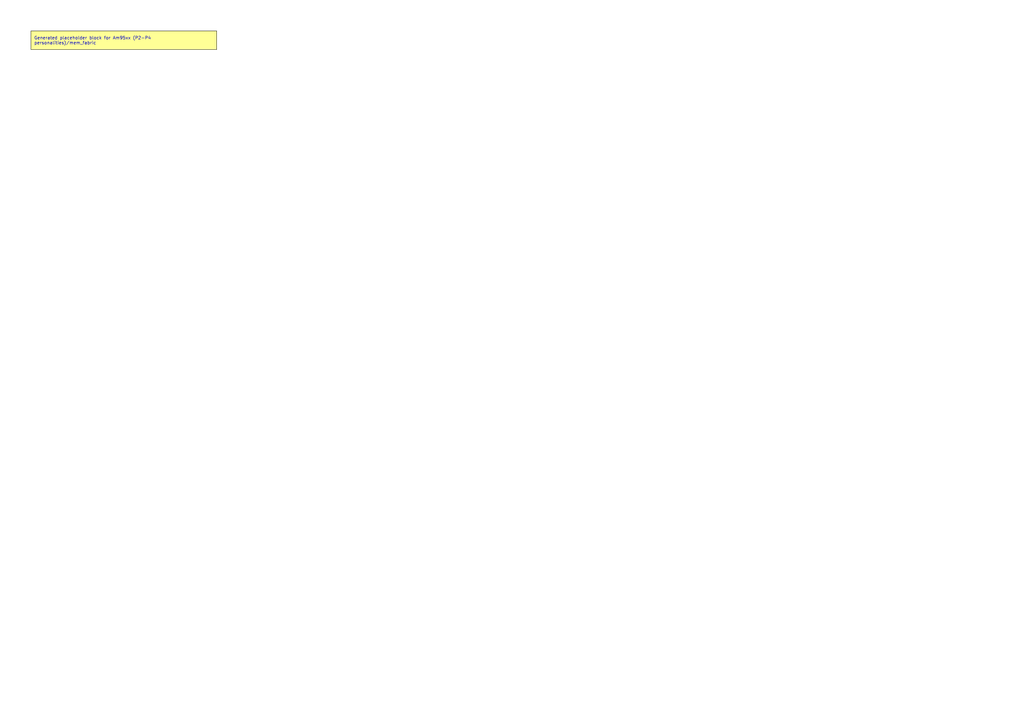
<source format=kicad_sch>
(kicad_sch
	(version 20250114)
	(generator "kicadgen")
	(generator_version "0.2")
	(uuid "8df77f3a-d0c1-5152-a524-f1132bc3505b")
	(paper "A3")
	(title_block
		(title "Am95xx (P2-P4 personalities)::mem_fabric")
		(company "Project Carbon")
		(comment 1 "Generated - do not edit in generated/")
		(comment 2 "Edit in schem/kicad9/manual/ or refine mapping specs")
	)
	(lib_symbols)
	(text_box
		"Generated placeholder block for Am95xx (P2-P4 personalities)/mem_fabric"
		(exclude_from_sim no)
		(at
			12.7
			12.7
			0
		)
		(size 76.2 7.62)
		(margins
			1.27
			1.27
			1.27
			1.27
		)
		(stroke
			(width 0)
			(type default)
			(color
				0
				0
				0
				1
			)
		)
		(fill
			(type color)
			(color
				255
				255
				150
				1
			)
		)
		(effects
			(font
				(size 1.27 1.27)
			)
			(justify left)
		)
		(uuid "4ac4e77f-0aa0-5275-a22f-4c51bb1753a5")
	)
	(sheet_instances
		(path
			"/"
			(page "1")
		)
	)
	(embedded_fonts no)
)

</source>
